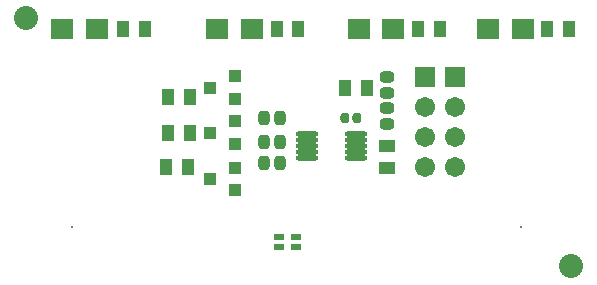
<source format=gts>
G04 Layer_Color=8388736*
%FSLAX24Y24*%
%MOIN*%
G70*
G01*
G75*
%ADD32R,0.0769X0.0671*%
%ADD33O,0.0749X0.0198*%
%ADD34R,0.0415X0.0572*%
G04:AMPARAMS|DCode=35|XSize=30mil|YSize=32mil|CornerRadius=8.4mil|HoleSize=0mil|Usage=FLASHONLY|Rotation=180.000|XOffset=0mil|YOffset=0mil|HoleType=Round|Shape=RoundedRectangle|*
%AMROUNDEDRECTD35*
21,1,0.0300,0.0152,0,0,180.0*
21,1,0.0132,0.0320,0,0,180.0*
1,1,0.0168,-0.0066,0.0076*
1,1,0.0168,0.0066,0.0076*
1,1,0.0168,0.0066,-0.0076*
1,1,0.0168,-0.0066,-0.0076*
%
%ADD35ROUNDEDRECTD35*%
%ADD36R,0.0365X0.0247*%
%ADD37R,0.0440X0.0400*%
%ADD38R,0.0572X0.0415*%
G04:AMPARAMS|DCode=39|XSize=37.1mil|YSize=47.4mil|CornerRadius=9.8mil|HoleSize=0mil|Usage=FLASHONLY|Rotation=180.000|XOffset=0mil|YOffset=0mil|HoleType=Round|Shape=RoundedRectangle|*
%AMROUNDEDRECTD39*
21,1,0.0371,0.0277,0,0,180.0*
21,1,0.0175,0.0474,0,0,180.0*
1,1,0.0197,-0.0087,0.0139*
1,1,0.0197,0.0087,0.0139*
1,1,0.0197,0.0087,-0.0139*
1,1,0.0197,-0.0087,-0.0139*
%
%ADD39ROUNDEDRECTD39*%
G04:AMPARAMS|DCode=40|XSize=37.1mil|YSize=47.4mil|CornerRadius=9.8mil|HoleSize=0mil|Usage=FLASHONLY|Rotation=90.000|XOffset=0mil|YOffset=0mil|HoleType=Round|Shape=RoundedRectangle|*
%AMROUNDEDRECTD40*
21,1,0.0371,0.0277,0,0,90.0*
21,1,0.0175,0.0474,0,0,90.0*
1,1,0.0197,0.0139,0.0087*
1,1,0.0197,0.0139,-0.0087*
1,1,0.0197,-0.0139,-0.0087*
1,1,0.0197,-0.0139,0.0087*
%
%ADD40ROUNDEDRECTD40*%
G04:AMPARAMS|DCode=41|XSize=80mil|YSize=80mil|CornerRadius=40mil|HoleSize=0mil|Usage=FLASHONLY|Rotation=90.000|XOffset=0mil|YOffset=0mil|HoleType=Round|Shape=RoundedRectangle|*
%AMROUNDEDRECTD41*
21,1,0.0800,0.0000,0,0,90.0*
21,1,0.0000,0.0800,0,0,90.0*
1,1,0.0800,0.0000,0.0000*
1,1,0.0800,0.0000,0.0000*
1,1,0.0800,0.0000,0.0000*
1,1,0.0800,0.0000,0.0000*
%
%ADD41ROUNDEDRECTD41*%
%ADD42C,0.0080*%
%ADD43R,0.0671X0.0671*%
%ADD44C,0.0671*%
D32*
X16226Y8543D02*
D03*
X17388D02*
D03*
X13061D02*
D03*
X11900D02*
D03*
X7187D02*
D03*
X8348D02*
D03*
X3179D02*
D03*
X2018D02*
D03*
D33*
X10193Y5044D02*
D03*
Y4847D02*
D03*
Y4650D02*
D03*
Y4453D02*
D03*
Y4256D02*
D03*
X11807Y5044D02*
D03*
Y4847D02*
D03*
Y4650D02*
D03*
Y4453D02*
D03*
Y4256D02*
D03*
D34*
X4036Y8543D02*
D03*
X4764D02*
D03*
X9166Y8540D02*
D03*
X9894D02*
D03*
X13886Y8550D02*
D03*
X14614D02*
D03*
X18186Y8543D02*
D03*
X18914D02*
D03*
X11436Y6600D02*
D03*
X12164D02*
D03*
X5536Y6300D02*
D03*
X6264D02*
D03*
X5536Y5100D02*
D03*
X6264D02*
D03*
X5486Y3950D02*
D03*
X6214D02*
D03*
D35*
X11837Y5600D02*
D03*
X11460D02*
D03*
D36*
X9234Y1278D02*
D03*
Y1612D02*
D03*
X9805D02*
D03*
Y1278D02*
D03*
D37*
X6960Y6600D02*
D03*
X7794Y6980D02*
D03*
Y6226D02*
D03*
X6960Y5100D02*
D03*
X7794Y5480D02*
D03*
Y4726D02*
D03*
X6960Y3550D02*
D03*
X7794Y3930D02*
D03*
Y3176D02*
D03*
D38*
X12850Y3936D02*
D03*
Y4664D02*
D03*
D39*
X8732Y5600D02*
D03*
X9268D02*
D03*
X8732Y4800D02*
D03*
X9268D02*
D03*
X8732Y4100D02*
D03*
X9268D02*
D03*
D40*
X12850Y5918D02*
D03*
Y5382D02*
D03*
X12850Y6432D02*
D03*
Y6968D02*
D03*
D41*
X820Y8910D02*
D03*
X18990Y650D02*
D03*
D42*
X17323Y1969D02*
D03*
X2362D02*
D03*
D43*
X14110Y6960D02*
D03*
X15110Y6957D02*
D03*
D44*
X14110Y5960D02*
D03*
Y4960D02*
D03*
Y3960D02*
D03*
X15110Y5957D02*
D03*
Y4957D02*
D03*
Y3957D02*
D03*
M02*

</source>
